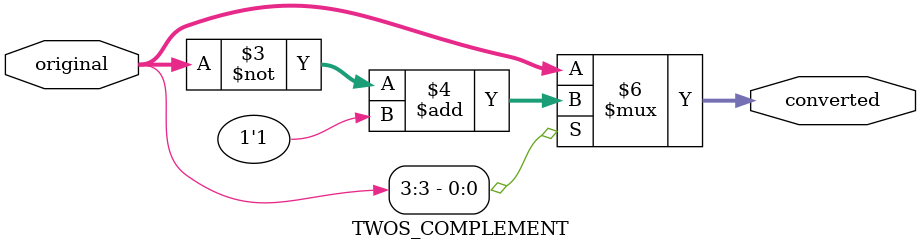
<source format=v>
`timescale 1ns / 1ps
module TWOS_COMPLEMENT_ONLY #(parameter WL = 4)(
    input signed [WL-1:0] original,
    output reg signed [WL-1:0] converted
    );
    always @(*) begin
        converted = ~original + 1'b1;
    end
endmodule

module TWOS_COMPLEMENT #(parameter WL = 4)(
    input signed [WL-1:0] original,
    output reg signed [WL-1:0] converted
    );
    always @(*) begin
        if(original[WL-1] == 1)
            converted = ~original + 1'b1;
        else
            converted = original;
    end
endmodule

</source>
